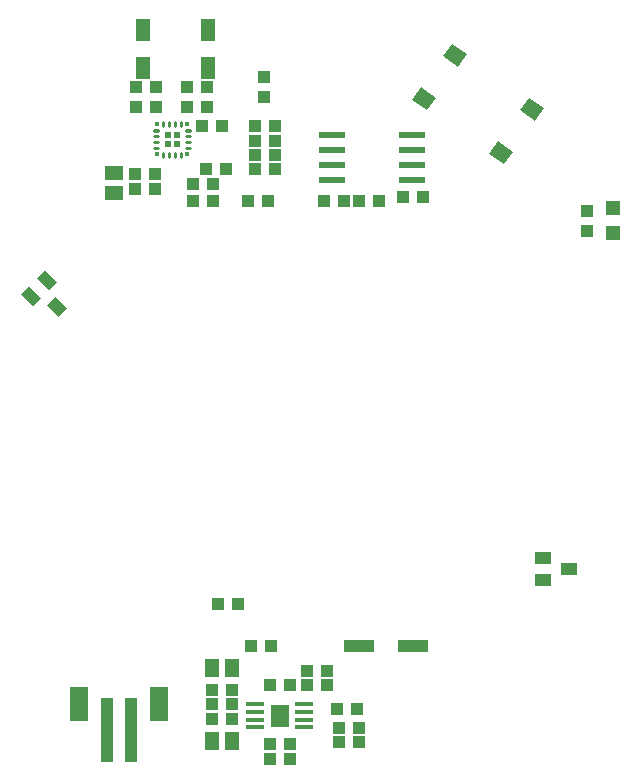
<source format=gtp>
G75*
%MOIN*%
%OFA0B0*%
%FSLAX24Y24*%
%IPPOS*%
%LPD*%
%AMOC8*
5,1,8,0,0,1.08239X$1,22.5*
%
%ADD10C,0.0105*%
%ADD11R,0.0134X0.0134*%
%ADD12R,0.0226X0.0231*%
%ADD13R,0.0225X0.0241*%
%ADD14R,0.0239X0.0240*%
%ADD15R,0.0242X0.0234*%
%ADD16R,0.0433X0.0394*%
%ADD17R,0.0394X0.0433*%
%ADD18R,0.0870X0.0240*%
%ADD19R,0.0591X0.0512*%
%ADD20R,0.0394X0.0551*%
%ADD21R,0.0512X0.0591*%
%ADD22R,0.0394X0.2165*%
%ADD23R,0.0630X0.1181*%
%ADD24R,0.0610X0.0512*%
%ADD25R,0.1024X0.0394*%
%ADD26R,0.0512X0.0748*%
%ADD27R,0.0551X0.0394*%
%ADD28R,0.0630X0.0157*%
%ADD29R,0.0618X0.0744*%
%ADD30R,0.0472X0.0472*%
D10*
X010472Y021988D02*
X010478Y021988D01*
X010472Y021988D02*
X010472Y022124D01*
X010478Y022124D01*
X010478Y021988D01*
X010478Y022092D02*
X010472Y022092D01*
X010669Y021988D02*
X010675Y021988D01*
X010669Y021988D02*
X010669Y022124D01*
X010675Y022124D01*
X010675Y021988D01*
X010675Y022092D02*
X010669Y022092D01*
X010866Y021988D02*
X010872Y021988D01*
X010866Y021988D02*
X010866Y022124D01*
X010872Y022124D01*
X010872Y021988D01*
X010872Y022092D02*
X010866Y022092D01*
X011063Y021988D02*
X011069Y021988D01*
X011063Y021988D02*
X011063Y022124D01*
X011069Y022124D01*
X011069Y021988D01*
X011069Y022092D02*
X011063Y022092D01*
X011228Y022283D02*
X011228Y022289D01*
X011364Y022289D01*
X011364Y022283D01*
X011228Y022283D01*
X011228Y022480D02*
X011228Y022486D01*
X011364Y022486D01*
X011364Y022480D01*
X011228Y022480D01*
X011228Y022677D02*
X011228Y022683D01*
X011364Y022683D01*
X011364Y022677D01*
X011228Y022677D01*
X011228Y022874D02*
X011228Y022880D01*
X011364Y022880D01*
X011364Y022874D01*
X011228Y022874D01*
X011069Y023175D02*
X011063Y023175D01*
X011069Y023175D02*
X011069Y023039D01*
X011063Y023039D01*
X011063Y023175D01*
X011069Y023143D02*
X011063Y023143D01*
X010872Y023175D02*
X010866Y023175D01*
X010872Y023175D02*
X010872Y023039D01*
X010866Y023039D01*
X010866Y023175D01*
X010872Y023143D02*
X010866Y023143D01*
X010675Y023175D02*
X010669Y023175D01*
X010675Y023175D02*
X010675Y023039D01*
X010669Y023039D01*
X010669Y023175D01*
X010675Y023143D02*
X010669Y023143D01*
X010478Y023175D02*
X010472Y023175D01*
X010478Y023175D02*
X010478Y023039D01*
X010472Y023039D01*
X010472Y023175D01*
X010478Y023143D02*
X010472Y023143D01*
X010313Y022880D02*
X010313Y022874D01*
X010177Y022874D01*
X010177Y022880D01*
X010313Y022880D01*
X010313Y022683D02*
X010313Y022677D01*
X010177Y022677D01*
X010177Y022683D01*
X010313Y022683D01*
X010313Y022486D02*
X010313Y022480D01*
X010177Y022480D01*
X010177Y022486D01*
X010313Y022486D01*
X010313Y022289D02*
X010313Y022283D01*
X010177Y022283D01*
X010177Y022289D01*
X010313Y022289D01*
D11*
X010273Y022080D03*
X011269Y022084D03*
X011269Y023080D03*
X010273Y023080D03*
D12*
X010618Y022422D03*
D13*
X010617Y022721D03*
D14*
X010918Y022720D03*
D15*
X010916Y022426D03*
D16*
X011751Y023026D03*
X011936Y023645D03*
X012420Y023026D03*
X013546Y023015D03*
X013546Y022542D03*
X013546Y022070D03*
X013546Y021597D03*
X014215Y021597D03*
X014215Y022070D03*
X014215Y022542D03*
X014215Y023015D03*
X012562Y021597D03*
X011893Y021597D03*
X012129Y021086D03*
X012129Y020534D03*
X011460Y020534D03*
X011460Y021086D03*
X010200Y020928D03*
X010200Y021440D03*
X009530Y021440D03*
X009530Y020928D03*
X009570Y023645D03*
X009570Y024314D03*
X010239Y024314D03*
X010239Y023645D03*
X011267Y023645D03*
X011263Y024314D03*
X011932Y024314D03*
X013310Y020534D03*
X013979Y020534D03*
X015830Y020534D03*
X016499Y020534D03*
X017011Y020534D03*
X017680Y020534D03*
X018467Y020652D03*
X019137Y020652D03*
X012956Y007109D03*
X012286Y007109D03*
X013389Y005692D03*
X014058Y005692D03*
X014019Y004393D03*
X014688Y004393D03*
X015278Y004393D03*
X015278Y004865D03*
X015948Y004865D03*
X015948Y004393D03*
X016263Y003605D03*
X016341Y002975D03*
X016341Y002503D03*
X017011Y002503D03*
X017011Y002975D03*
X016932Y003605D03*
X014688Y002424D03*
X014688Y001912D03*
X014019Y001912D03*
X014019Y002424D03*
X012759Y003251D03*
X012759Y003763D03*
X012759Y004235D03*
X012089Y004235D03*
X012089Y003763D03*
X012089Y003251D03*
D17*
X024589Y019530D03*
X024589Y020200D03*
X013841Y023979D03*
X013841Y024649D03*
D18*
X016104Y022741D03*
X016104Y022241D03*
X016104Y021741D03*
X016104Y021241D03*
X018754Y021241D03*
X018754Y021741D03*
X018754Y022241D03*
X018754Y022741D03*
D19*
X008841Y021460D03*
X008841Y020790D03*
D20*
G36*
X006262Y017932D02*
X006540Y018210D01*
X006928Y017822D01*
X006650Y017544D01*
X006262Y017932D01*
G37*
G36*
X005733Y017403D02*
X006011Y017681D01*
X006399Y017293D01*
X006121Y017015D01*
X005733Y017403D01*
G37*
G36*
X006610Y017055D02*
X006888Y017333D01*
X007276Y016945D01*
X006998Y016667D01*
X006610Y017055D01*
G37*
D21*
X012089Y004944D03*
X012759Y004944D03*
X012763Y002519D03*
X012093Y002519D03*
D22*
X009393Y002877D03*
X008605Y002877D03*
D23*
X007660Y003763D03*
X010337Y003763D03*
D24*
G36*
X021844Y021755D02*
X021345Y022105D01*
X021638Y022523D01*
X022137Y022173D01*
X021844Y021755D01*
G37*
G36*
X022860Y023207D02*
X022361Y023557D01*
X022654Y023975D01*
X023153Y023625D01*
X022860Y023207D01*
G37*
G36*
X020297Y025002D02*
X019798Y025352D01*
X020091Y025770D01*
X020590Y025420D01*
X020297Y025002D01*
G37*
G36*
X019280Y023551D02*
X018781Y023901D01*
X019074Y024319D01*
X019573Y023969D01*
X019280Y023551D01*
G37*
D25*
X018802Y005692D03*
X016991Y005692D03*
D26*
X011971Y024975D03*
X011971Y026235D03*
X009806Y026235D03*
X009806Y024975D03*
D27*
X023133Y008625D03*
X023133Y007877D03*
X023999Y008251D03*
D28*
X015180Y003753D03*
X015180Y003497D03*
X015180Y003241D03*
X015180Y002985D03*
X013526Y002985D03*
X013526Y003241D03*
X013526Y003497D03*
X013526Y003753D03*
D29*
X014353Y003369D03*
D30*
X025456Y019452D03*
X025456Y020278D03*
M02*

</source>
